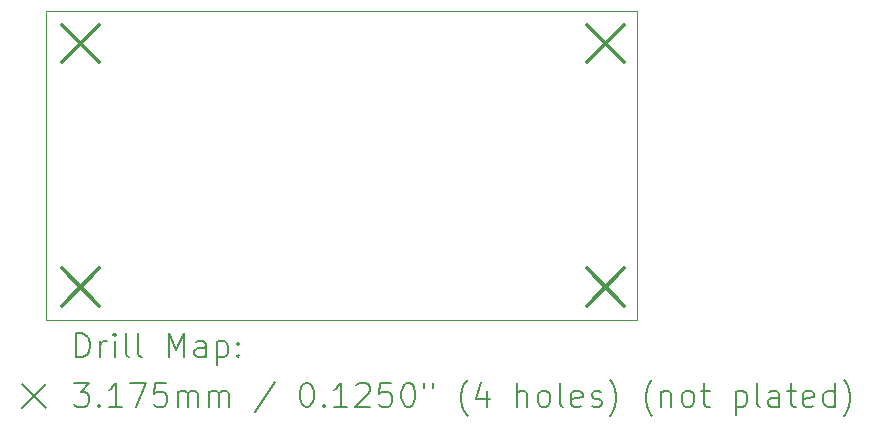
<source format=gbr>
%TF.GenerationSoftware,KiCad,Pcbnew,8.0.0~rc1*%
%TF.CreationDate,2024-01-16T05:38:00-05:00*%
%TF.ProjectId,VTVMbattElim,5654564d-6261-4747-9445-6c696d2e6b69,rev?*%
%TF.SameCoordinates,PX68860e8PY35c5de8*%
%TF.FileFunction,Drillmap*%
%TF.FilePolarity,Positive*%
%FSLAX45Y45*%
G04 Gerber Fmt 4.5, Leading zero omitted, Abs format (unit mm)*
G04 Created by KiCad (PCBNEW 8.0.0~rc1) date 2024-01-16 05:38:00*
%MOMM*%
%LPD*%
G01*
G04 APERTURE LIST*
%ADD10C,0.100000*%
%ADD11C,0.200000*%
%ADD12C,0.317500*%
G04 APERTURE END LIST*
D10*
X5003800Y-2616200D02*
X0Y-2616200D01*
X0Y0D02*
X5003800Y0D01*
X0Y-2616200D02*
X0Y0D01*
X5003800Y0D02*
X5003800Y-2616200D01*
D11*
D12*
X133350Y-118410D02*
X450850Y-435910D01*
X450850Y-118410D02*
X133350Y-435910D01*
X133350Y-2180890D02*
X450850Y-2498390D01*
X450850Y-2180890D02*
X133350Y-2498390D01*
X4578350Y-118410D02*
X4895850Y-435910D01*
X4895850Y-118410D02*
X4578350Y-435910D01*
X4578350Y-2180890D02*
X4895850Y-2498390D01*
X4895850Y-2180890D02*
X4578350Y-2498390D01*
D11*
X255777Y-2932684D02*
X255777Y-2732684D01*
X255777Y-2732684D02*
X303396Y-2732684D01*
X303396Y-2732684D02*
X331967Y-2742208D01*
X331967Y-2742208D02*
X351015Y-2761255D01*
X351015Y-2761255D02*
X360539Y-2780303D01*
X360539Y-2780303D02*
X370062Y-2818398D01*
X370062Y-2818398D02*
X370062Y-2846969D01*
X370062Y-2846969D02*
X360539Y-2885065D01*
X360539Y-2885065D02*
X351015Y-2904112D01*
X351015Y-2904112D02*
X331967Y-2923160D01*
X331967Y-2923160D02*
X303396Y-2932684D01*
X303396Y-2932684D02*
X255777Y-2932684D01*
X455777Y-2932684D02*
X455777Y-2799350D01*
X455777Y-2837446D02*
X465301Y-2818398D01*
X465301Y-2818398D02*
X474824Y-2808874D01*
X474824Y-2808874D02*
X493872Y-2799350D01*
X493872Y-2799350D02*
X512920Y-2799350D01*
X579586Y-2932684D02*
X579586Y-2799350D01*
X579586Y-2732684D02*
X570063Y-2742208D01*
X570063Y-2742208D02*
X579586Y-2751731D01*
X579586Y-2751731D02*
X589110Y-2742208D01*
X589110Y-2742208D02*
X579586Y-2732684D01*
X579586Y-2732684D02*
X579586Y-2751731D01*
X703396Y-2932684D02*
X684348Y-2923160D01*
X684348Y-2923160D02*
X674824Y-2904112D01*
X674824Y-2904112D02*
X674824Y-2732684D01*
X808158Y-2932684D02*
X789110Y-2923160D01*
X789110Y-2923160D02*
X779586Y-2904112D01*
X779586Y-2904112D02*
X779586Y-2732684D01*
X1036729Y-2932684D02*
X1036729Y-2732684D01*
X1036729Y-2732684D02*
X1103396Y-2875541D01*
X1103396Y-2875541D02*
X1170063Y-2732684D01*
X1170063Y-2732684D02*
X1170063Y-2932684D01*
X1351015Y-2932684D02*
X1351015Y-2827922D01*
X1351015Y-2827922D02*
X1341491Y-2808874D01*
X1341491Y-2808874D02*
X1322444Y-2799350D01*
X1322444Y-2799350D02*
X1284348Y-2799350D01*
X1284348Y-2799350D02*
X1265301Y-2808874D01*
X1351015Y-2923160D02*
X1331967Y-2932684D01*
X1331967Y-2932684D02*
X1284348Y-2932684D01*
X1284348Y-2932684D02*
X1265301Y-2923160D01*
X1265301Y-2923160D02*
X1255777Y-2904112D01*
X1255777Y-2904112D02*
X1255777Y-2885065D01*
X1255777Y-2885065D02*
X1265301Y-2866017D01*
X1265301Y-2866017D02*
X1284348Y-2856493D01*
X1284348Y-2856493D02*
X1331967Y-2856493D01*
X1331967Y-2856493D02*
X1351015Y-2846969D01*
X1446253Y-2799350D02*
X1446253Y-2999350D01*
X1446253Y-2808874D02*
X1465301Y-2799350D01*
X1465301Y-2799350D02*
X1503396Y-2799350D01*
X1503396Y-2799350D02*
X1522443Y-2808874D01*
X1522443Y-2808874D02*
X1531967Y-2818398D01*
X1531967Y-2818398D02*
X1541491Y-2837446D01*
X1541491Y-2837446D02*
X1541491Y-2894588D01*
X1541491Y-2894588D02*
X1531967Y-2913636D01*
X1531967Y-2913636D02*
X1522443Y-2923160D01*
X1522443Y-2923160D02*
X1503396Y-2932684D01*
X1503396Y-2932684D02*
X1465301Y-2932684D01*
X1465301Y-2932684D02*
X1446253Y-2923160D01*
X1627205Y-2913636D02*
X1636729Y-2923160D01*
X1636729Y-2923160D02*
X1627205Y-2932684D01*
X1627205Y-2932684D02*
X1617682Y-2923160D01*
X1617682Y-2923160D02*
X1627205Y-2913636D01*
X1627205Y-2913636D02*
X1627205Y-2932684D01*
X1627205Y-2808874D02*
X1636729Y-2818398D01*
X1636729Y-2818398D02*
X1627205Y-2827922D01*
X1627205Y-2827922D02*
X1617682Y-2818398D01*
X1617682Y-2818398D02*
X1627205Y-2808874D01*
X1627205Y-2808874D02*
X1627205Y-2827922D01*
X-205000Y-3161200D02*
X-5000Y-3361200D01*
X-5000Y-3161200D02*
X-205000Y-3361200D01*
X236729Y-3152684D02*
X360539Y-3152684D01*
X360539Y-3152684D02*
X293872Y-3228874D01*
X293872Y-3228874D02*
X322444Y-3228874D01*
X322444Y-3228874D02*
X341491Y-3238398D01*
X341491Y-3238398D02*
X351015Y-3247922D01*
X351015Y-3247922D02*
X360539Y-3266969D01*
X360539Y-3266969D02*
X360539Y-3314588D01*
X360539Y-3314588D02*
X351015Y-3333636D01*
X351015Y-3333636D02*
X341491Y-3343160D01*
X341491Y-3343160D02*
X322444Y-3352684D01*
X322444Y-3352684D02*
X265301Y-3352684D01*
X265301Y-3352684D02*
X246253Y-3343160D01*
X246253Y-3343160D02*
X236729Y-3333636D01*
X446253Y-3333636D02*
X455777Y-3343160D01*
X455777Y-3343160D02*
X446253Y-3352684D01*
X446253Y-3352684D02*
X436729Y-3343160D01*
X436729Y-3343160D02*
X446253Y-3333636D01*
X446253Y-3333636D02*
X446253Y-3352684D01*
X646253Y-3352684D02*
X531967Y-3352684D01*
X589110Y-3352684D02*
X589110Y-3152684D01*
X589110Y-3152684D02*
X570063Y-3181255D01*
X570063Y-3181255D02*
X551015Y-3200303D01*
X551015Y-3200303D02*
X531967Y-3209827D01*
X712920Y-3152684D02*
X846253Y-3152684D01*
X846253Y-3152684D02*
X760539Y-3352684D01*
X1017682Y-3152684D02*
X922443Y-3152684D01*
X922443Y-3152684D02*
X912920Y-3247922D01*
X912920Y-3247922D02*
X922443Y-3238398D01*
X922443Y-3238398D02*
X941491Y-3228874D01*
X941491Y-3228874D02*
X989110Y-3228874D01*
X989110Y-3228874D02*
X1008158Y-3238398D01*
X1008158Y-3238398D02*
X1017682Y-3247922D01*
X1017682Y-3247922D02*
X1027205Y-3266969D01*
X1027205Y-3266969D02*
X1027205Y-3314588D01*
X1027205Y-3314588D02*
X1017682Y-3333636D01*
X1017682Y-3333636D02*
X1008158Y-3343160D01*
X1008158Y-3343160D02*
X989110Y-3352684D01*
X989110Y-3352684D02*
X941491Y-3352684D01*
X941491Y-3352684D02*
X922443Y-3343160D01*
X922443Y-3343160D02*
X912920Y-3333636D01*
X1112920Y-3352684D02*
X1112920Y-3219350D01*
X1112920Y-3238398D02*
X1122444Y-3228874D01*
X1122444Y-3228874D02*
X1141491Y-3219350D01*
X1141491Y-3219350D02*
X1170063Y-3219350D01*
X1170063Y-3219350D02*
X1189110Y-3228874D01*
X1189110Y-3228874D02*
X1198634Y-3247922D01*
X1198634Y-3247922D02*
X1198634Y-3352684D01*
X1198634Y-3247922D02*
X1208158Y-3228874D01*
X1208158Y-3228874D02*
X1227205Y-3219350D01*
X1227205Y-3219350D02*
X1255777Y-3219350D01*
X1255777Y-3219350D02*
X1274825Y-3228874D01*
X1274825Y-3228874D02*
X1284348Y-3247922D01*
X1284348Y-3247922D02*
X1284348Y-3352684D01*
X1379586Y-3352684D02*
X1379586Y-3219350D01*
X1379586Y-3238398D02*
X1389110Y-3228874D01*
X1389110Y-3228874D02*
X1408158Y-3219350D01*
X1408158Y-3219350D02*
X1436729Y-3219350D01*
X1436729Y-3219350D02*
X1455777Y-3228874D01*
X1455777Y-3228874D02*
X1465301Y-3247922D01*
X1465301Y-3247922D02*
X1465301Y-3352684D01*
X1465301Y-3247922D02*
X1474824Y-3228874D01*
X1474824Y-3228874D02*
X1493872Y-3219350D01*
X1493872Y-3219350D02*
X1522443Y-3219350D01*
X1522443Y-3219350D02*
X1541491Y-3228874D01*
X1541491Y-3228874D02*
X1551015Y-3247922D01*
X1551015Y-3247922D02*
X1551015Y-3352684D01*
X1941491Y-3143160D02*
X1770063Y-3400303D01*
X2198634Y-3152684D02*
X2217682Y-3152684D01*
X2217682Y-3152684D02*
X2236729Y-3162208D01*
X2236729Y-3162208D02*
X2246253Y-3171731D01*
X2246253Y-3171731D02*
X2255777Y-3190779D01*
X2255777Y-3190779D02*
X2265301Y-3228874D01*
X2265301Y-3228874D02*
X2265301Y-3276493D01*
X2265301Y-3276493D02*
X2255777Y-3314588D01*
X2255777Y-3314588D02*
X2246253Y-3333636D01*
X2246253Y-3333636D02*
X2236729Y-3343160D01*
X2236729Y-3343160D02*
X2217682Y-3352684D01*
X2217682Y-3352684D02*
X2198634Y-3352684D01*
X2198634Y-3352684D02*
X2179587Y-3343160D01*
X2179587Y-3343160D02*
X2170063Y-3333636D01*
X2170063Y-3333636D02*
X2160539Y-3314588D01*
X2160539Y-3314588D02*
X2151015Y-3276493D01*
X2151015Y-3276493D02*
X2151015Y-3228874D01*
X2151015Y-3228874D02*
X2160539Y-3190779D01*
X2160539Y-3190779D02*
X2170063Y-3171731D01*
X2170063Y-3171731D02*
X2179587Y-3162208D01*
X2179587Y-3162208D02*
X2198634Y-3152684D01*
X2351015Y-3333636D02*
X2360539Y-3343160D01*
X2360539Y-3343160D02*
X2351015Y-3352684D01*
X2351015Y-3352684D02*
X2341491Y-3343160D01*
X2341491Y-3343160D02*
X2351015Y-3333636D01*
X2351015Y-3333636D02*
X2351015Y-3352684D01*
X2551015Y-3352684D02*
X2436729Y-3352684D01*
X2493872Y-3352684D02*
X2493872Y-3152684D01*
X2493872Y-3152684D02*
X2474825Y-3181255D01*
X2474825Y-3181255D02*
X2455777Y-3200303D01*
X2455777Y-3200303D02*
X2436729Y-3209827D01*
X2627206Y-3171731D02*
X2636729Y-3162208D01*
X2636729Y-3162208D02*
X2655777Y-3152684D01*
X2655777Y-3152684D02*
X2703396Y-3152684D01*
X2703396Y-3152684D02*
X2722444Y-3162208D01*
X2722444Y-3162208D02*
X2731968Y-3171731D01*
X2731968Y-3171731D02*
X2741491Y-3190779D01*
X2741491Y-3190779D02*
X2741491Y-3209827D01*
X2741491Y-3209827D02*
X2731968Y-3238398D01*
X2731968Y-3238398D02*
X2617682Y-3352684D01*
X2617682Y-3352684D02*
X2741491Y-3352684D01*
X2922444Y-3152684D02*
X2827206Y-3152684D01*
X2827206Y-3152684D02*
X2817682Y-3247922D01*
X2817682Y-3247922D02*
X2827206Y-3238398D01*
X2827206Y-3238398D02*
X2846253Y-3228874D01*
X2846253Y-3228874D02*
X2893872Y-3228874D01*
X2893872Y-3228874D02*
X2912920Y-3238398D01*
X2912920Y-3238398D02*
X2922444Y-3247922D01*
X2922444Y-3247922D02*
X2931967Y-3266969D01*
X2931967Y-3266969D02*
X2931967Y-3314588D01*
X2931967Y-3314588D02*
X2922444Y-3333636D01*
X2922444Y-3333636D02*
X2912920Y-3343160D01*
X2912920Y-3343160D02*
X2893872Y-3352684D01*
X2893872Y-3352684D02*
X2846253Y-3352684D01*
X2846253Y-3352684D02*
X2827206Y-3343160D01*
X2827206Y-3343160D02*
X2817682Y-3333636D01*
X3055777Y-3152684D02*
X3074825Y-3152684D01*
X3074825Y-3152684D02*
X3093872Y-3162208D01*
X3093872Y-3162208D02*
X3103396Y-3171731D01*
X3103396Y-3171731D02*
X3112920Y-3190779D01*
X3112920Y-3190779D02*
X3122444Y-3228874D01*
X3122444Y-3228874D02*
X3122444Y-3276493D01*
X3122444Y-3276493D02*
X3112920Y-3314588D01*
X3112920Y-3314588D02*
X3103396Y-3333636D01*
X3103396Y-3333636D02*
X3093872Y-3343160D01*
X3093872Y-3343160D02*
X3074825Y-3352684D01*
X3074825Y-3352684D02*
X3055777Y-3352684D01*
X3055777Y-3352684D02*
X3036729Y-3343160D01*
X3036729Y-3343160D02*
X3027206Y-3333636D01*
X3027206Y-3333636D02*
X3017682Y-3314588D01*
X3017682Y-3314588D02*
X3008158Y-3276493D01*
X3008158Y-3276493D02*
X3008158Y-3228874D01*
X3008158Y-3228874D02*
X3017682Y-3190779D01*
X3017682Y-3190779D02*
X3027206Y-3171731D01*
X3027206Y-3171731D02*
X3036729Y-3162208D01*
X3036729Y-3162208D02*
X3055777Y-3152684D01*
X3198634Y-3152684D02*
X3198634Y-3190779D01*
X3274825Y-3152684D02*
X3274825Y-3190779D01*
X3570063Y-3428874D02*
X3560539Y-3419350D01*
X3560539Y-3419350D02*
X3541491Y-3390779D01*
X3541491Y-3390779D02*
X3531968Y-3371731D01*
X3531968Y-3371731D02*
X3522444Y-3343160D01*
X3522444Y-3343160D02*
X3512920Y-3295541D01*
X3512920Y-3295541D02*
X3512920Y-3257446D01*
X3512920Y-3257446D02*
X3522444Y-3209827D01*
X3522444Y-3209827D02*
X3531968Y-3181255D01*
X3531968Y-3181255D02*
X3541491Y-3162208D01*
X3541491Y-3162208D02*
X3560539Y-3133636D01*
X3560539Y-3133636D02*
X3570063Y-3124112D01*
X3731968Y-3219350D02*
X3731968Y-3352684D01*
X3684348Y-3143160D02*
X3636729Y-3286017D01*
X3636729Y-3286017D02*
X3760539Y-3286017D01*
X3989110Y-3352684D02*
X3989110Y-3152684D01*
X4074825Y-3352684D02*
X4074825Y-3247922D01*
X4074825Y-3247922D02*
X4065301Y-3228874D01*
X4065301Y-3228874D02*
X4046253Y-3219350D01*
X4046253Y-3219350D02*
X4017682Y-3219350D01*
X4017682Y-3219350D02*
X3998634Y-3228874D01*
X3998634Y-3228874D02*
X3989110Y-3238398D01*
X4198634Y-3352684D02*
X4179587Y-3343160D01*
X4179587Y-3343160D02*
X4170063Y-3333636D01*
X4170063Y-3333636D02*
X4160539Y-3314588D01*
X4160539Y-3314588D02*
X4160539Y-3257446D01*
X4160539Y-3257446D02*
X4170063Y-3238398D01*
X4170063Y-3238398D02*
X4179587Y-3228874D01*
X4179587Y-3228874D02*
X4198634Y-3219350D01*
X4198634Y-3219350D02*
X4227206Y-3219350D01*
X4227206Y-3219350D02*
X4246253Y-3228874D01*
X4246253Y-3228874D02*
X4255777Y-3238398D01*
X4255777Y-3238398D02*
X4265301Y-3257446D01*
X4265301Y-3257446D02*
X4265301Y-3314588D01*
X4265301Y-3314588D02*
X4255777Y-3333636D01*
X4255777Y-3333636D02*
X4246253Y-3343160D01*
X4246253Y-3343160D02*
X4227206Y-3352684D01*
X4227206Y-3352684D02*
X4198634Y-3352684D01*
X4379587Y-3352684D02*
X4360539Y-3343160D01*
X4360539Y-3343160D02*
X4351015Y-3324112D01*
X4351015Y-3324112D02*
X4351015Y-3152684D01*
X4531968Y-3343160D02*
X4512920Y-3352684D01*
X4512920Y-3352684D02*
X4474825Y-3352684D01*
X4474825Y-3352684D02*
X4455777Y-3343160D01*
X4455777Y-3343160D02*
X4446253Y-3324112D01*
X4446253Y-3324112D02*
X4446253Y-3247922D01*
X4446253Y-3247922D02*
X4455777Y-3228874D01*
X4455777Y-3228874D02*
X4474825Y-3219350D01*
X4474825Y-3219350D02*
X4512920Y-3219350D01*
X4512920Y-3219350D02*
X4531968Y-3228874D01*
X4531968Y-3228874D02*
X4541492Y-3247922D01*
X4541492Y-3247922D02*
X4541492Y-3266969D01*
X4541492Y-3266969D02*
X4446253Y-3286017D01*
X4617682Y-3343160D02*
X4636730Y-3352684D01*
X4636730Y-3352684D02*
X4674825Y-3352684D01*
X4674825Y-3352684D02*
X4693873Y-3343160D01*
X4693873Y-3343160D02*
X4703396Y-3324112D01*
X4703396Y-3324112D02*
X4703396Y-3314588D01*
X4703396Y-3314588D02*
X4693873Y-3295541D01*
X4693873Y-3295541D02*
X4674825Y-3286017D01*
X4674825Y-3286017D02*
X4646253Y-3286017D01*
X4646253Y-3286017D02*
X4627206Y-3276493D01*
X4627206Y-3276493D02*
X4617682Y-3257446D01*
X4617682Y-3257446D02*
X4617682Y-3247922D01*
X4617682Y-3247922D02*
X4627206Y-3228874D01*
X4627206Y-3228874D02*
X4646253Y-3219350D01*
X4646253Y-3219350D02*
X4674825Y-3219350D01*
X4674825Y-3219350D02*
X4693873Y-3228874D01*
X4770063Y-3428874D02*
X4779587Y-3419350D01*
X4779587Y-3419350D02*
X4798634Y-3390779D01*
X4798634Y-3390779D02*
X4808158Y-3371731D01*
X4808158Y-3371731D02*
X4817682Y-3343160D01*
X4817682Y-3343160D02*
X4827206Y-3295541D01*
X4827206Y-3295541D02*
X4827206Y-3257446D01*
X4827206Y-3257446D02*
X4817682Y-3209827D01*
X4817682Y-3209827D02*
X4808158Y-3181255D01*
X4808158Y-3181255D02*
X4798634Y-3162208D01*
X4798634Y-3162208D02*
X4779587Y-3133636D01*
X4779587Y-3133636D02*
X4770063Y-3124112D01*
X5131968Y-3428874D02*
X5122444Y-3419350D01*
X5122444Y-3419350D02*
X5103396Y-3390779D01*
X5103396Y-3390779D02*
X5093873Y-3371731D01*
X5093873Y-3371731D02*
X5084349Y-3343160D01*
X5084349Y-3343160D02*
X5074825Y-3295541D01*
X5074825Y-3295541D02*
X5074825Y-3257446D01*
X5074825Y-3257446D02*
X5084349Y-3209827D01*
X5084349Y-3209827D02*
X5093873Y-3181255D01*
X5093873Y-3181255D02*
X5103396Y-3162208D01*
X5103396Y-3162208D02*
X5122444Y-3133636D01*
X5122444Y-3133636D02*
X5131968Y-3124112D01*
X5208158Y-3219350D02*
X5208158Y-3352684D01*
X5208158Y-3238398D02*
X5217682Y-3228874D01*
X5217682Y-3228874D02*
X5236730Y-3219350D01*
X5236730Y-3219350D02*
X5265301Y-3219350D01*
X5265301Y-3219350D02*
X5284349Y-3228874D01*
X5284349Y-3228874D02*
X5293873Y-3247922D01*
X5293873Y-3247922D02*
X5293873Y-3352684D01*
X5417682Y-3352684D02*
X5398634Y-3343160D01*
X5398634Y-3343160D02*
X5389111Y-3333636D01*
X5389111Y-3333636D02*
X5379587Y-3314588D01*
X5379587Y-3314588D02*
X5379587Y-3257446D01*
X5379587Y-3257446D02*
X5389111Y-3238398D01*
X5389111Y-3238398D02*
X5398634Y-3228874D01*
X5398634Y-3228874D02*
X5417682Y-3219350D01*
X5417682Y-3219350D02*
X5446254Y-3219350D01*
X5446254Y-3219350D02*
X5465301Y-3228874D01*
X5465301Y-3228874D02*
X5474825Y-3238398D01*
X5474825Y-3238398D02*
X5484349Y-3257446D01*
X5484349Y-3257446D02*
X5484349Y-3314588D01*
X5484349Y-3314588D02*
X5474825Y-3333636D01*
X5474825Y-3333636D02*
X5465301Y-3343160D01*
X5465301Y-3343160D02*
X5446254Y-3352684D01*
X5446254Y-3352684D02*
X5417682Y-3352684D01*
X5541492Y-3219350D02*
X5617682Y-3219350D01*
X5570063Y-3152684D02*
X5570063Y-3324112D01*
X5570063Y-3324112D02*
X5579587Y-3343160D01*
X5579587Y-3343160D02*
X5598634Y-3352684D01*
X5598634Y-3352684D02*
X5617682Y-3352684D01*
X5836730Y-3219350D02*
X5836730Y-3419350D01*
X5836730Y-3228874D02*
X5855777Y-3219350D01*
X5855777Y-3219350D02*
X5893873Y-3219350D01*
X5893873Y-3219350D02*
X5912920Y-3228874D01*
X5912920Y-3228874D02*
X5922444Y-3238398D01*
X5922444Y-3238398D02*
X5931968Y-3257446D01*
X5931968Y-3257446D02*
X5931968Y-3314588D01*
X5931968Y-3314588D02*
X5922444Y-3333636D01*
X5922444Y-3333636D02*
X5912920Y-3343160D01*
X5912920Y-3343160D02*
X5893873Y-3352684D01*
X5893873Y-3352684D02*
X5855777Y-3352684D01*
X5855777Y-3352684D02*
X5836730Y-3343160D01*
X6046253Y-3352684D02*
X6027206Y-3343160D01*
X6027206Y-3343160D02*
X6017682Y-3324112D01*
X6017682Y-3324112D02*
X6017682Y-3152684D01*
X6208158Y-3352684D02*
X6208158Y-3247922D01*
X6208158Y-3247922D02*
X6198634Y-3228874D01*
X6198634Y-3228874D02*
X6179587Y-3219350D01*
X6179587Y-3219350D02*
X6141492Y-3219350D01*
X6141492Y-3219350D02*
X6122444Y-3228874D01*
X6208158Y-3343160D02*
X6189111Y-3352684D01*
X6189111Y-3352684D02*
X6141492Y-3352684D01*
X6141492Y-3352684D02*
X6122444Y-3343160D01*
X6122444Y-3343160D02*
X6112920Y-3324112D01*
X6112920Y-3324112D02*
X6112920Y-3305065D01*
X6112920Y-3305065D02*
X6122444Y-3286017D01*
X6122444Y-3286017D02*
X6141492Y-3276493D01*
X6141492Y-3276493D02*
X6189111Y-3276493D01*
X6189111Y-3276493D02*
X6208158Y-3266969D01*
X6274825Y-3219350D02*
X6351015Y-3219350D01*
X6303396Y-3152684D02*
X6303396Y-3324112D01*
X6303396Y-3324112D02*
X6312920Y-3343160D01*
X6312920Y-3343160D02*
X6331968Y-3352684D01*
X6331968Y-3352684D02*
X6351015Y-3352684D01*
X6493873Y-3343160D02*
X6474825Y-3352684D01*
X6474825Y-3352684D02*
X6436730Y-3352684D01*
X6436730Y-3352684D02*
X6417682Y-3343160D01*
X6417682Y-3343160D02*
X6408158Y-3324112D01*
X6408158Y-3324112D02*
X6408158Y-3247922D01*
X6408158Y-3247922D02*
X6417682Y-3228874D01*
X6417682Y-3228874D02*
X6436730Y-3219350D01*
X6436730Y-3219350D02*
X6474825Y-3219350D01*
X6474825Y-3219350D02*
X6493873Y-3228874D01*
X6493873Y-3228874D02*
X6503396Y-3247922D01*
X6503396Y-3247922D02*
X6503396Y-3266969D01*
X6503396Y-3266969D02*
X6408158Y-3286017D01*
X6674825Y-3352684D02*
X6674825Y-3152684D01*
X6674825Y-3343160D02*
X6655777Y-3352684D01*
X6655777Y-3352684D02*
X6617682Y-3352684D01*
X6617682Y-3352684D02*
X6598634Y-3343160D01*
X6598634Y-3343160D02*
X6589111Y-3333636D01*
X6589111Y-3333636D02*
X6579587Y-3314588D01*
X6579587Y-3314588D02*
X6579587Y-3257446D01*
X6579587Y-3257446D02*
X6589111Y-3238398D01*
X6589111Y-3238398D02*
X6598634Y-3228874D01*
X6598634Y-3228874D02*
X6617682Y-3219350D01*
X6617682Y-3219350D02*
X6655777Y-3219350D01*
X6655777Y-3219350D02*
X6674825Y-3228874D01*
X6751015Y-3428874D02*
X6760539Y-3419350D01*
X6760539Y-3419350D02*
X6779587Y-3390779D01*
X6779587Y-3390779D02*
X6789111Y-3371731D01*
X6789111Y-3371731D02*
X6798634Y-3343160D01*
X6798634Y-3343160D02*
X6808158Y-3295541D01*
X6808158Y-3295541D02*
X6808158Y-3257446D01*
X6808158Y-3257446D02*
X6798634Y-3209827D01*
X6798634Y-3209827D02*
X6789111Y-3181255D01*
X6789111Y-3181255D02*
X6779587Y-3162208D01*
X6779587Y-3162208D02*
X6760539Y-3133636D01*
X6760539Y-3133636D02*
X6751015Y-3124112D01*
M02*

</source>
